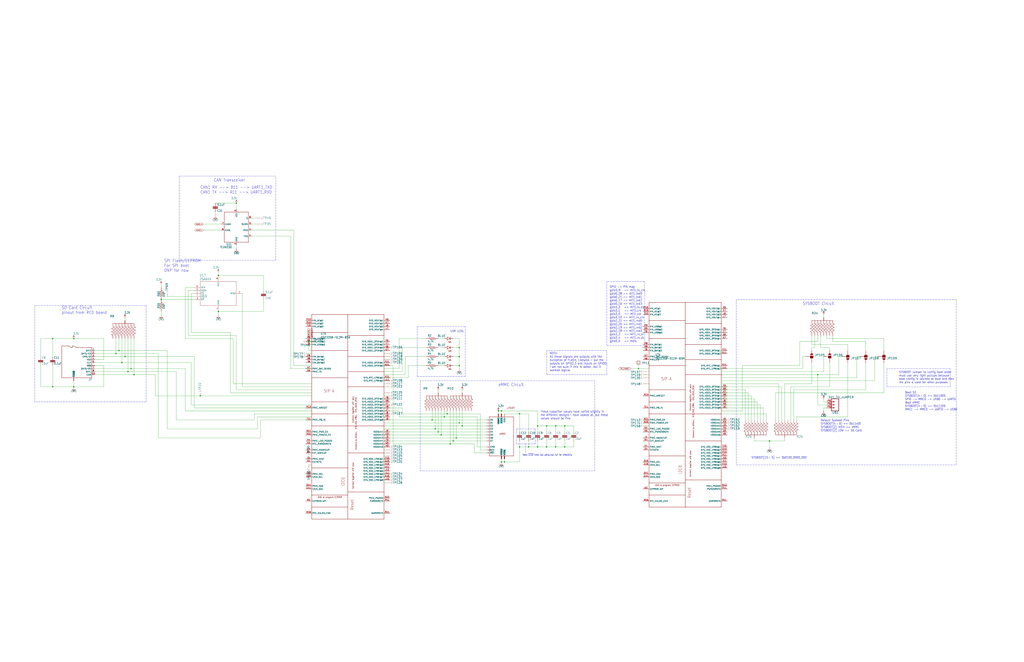
<source format=kicad_sch>
(kicad_sch (version 20211123) (generator eeschema)
  (paper "D")
  (title_block (title "Oresat DxWifi Card") (date "2022-01-30") (rev "1.1"))
  (junction (at 379.73 374.65))
  (junction (at 113.03 316.23))
  (junction (at 107.95 313.69))
  (junction (at 44.45 326.39))
  (junction (at 105.41 300.99))
  (junction (at 367.03 361.95))
  (junction (at 372.11 367.03))
  (junction (at 476.25 377.19))
  (junction (at 62.23 326.39))
  (junction (at 374.65 351.79))
  (junction (at 425.45 389.89))
  (junction (at 468.63 359.41))
  (junction (at 369.57 364.49))
  (junction (at 689.61 316.23))
  (junction (at 44.45 285.75))
  (junction (at 453.39 359.41))
  (junction (at 387.35 356.87))
  (junction (at 476.25 359.41))
  (junction (at 262.89 288.29))
  (junction (at 389.89 359.41))
  (junction (at 422.91 389.89))
  (junction (at 420.37 346.71))
  (junction (at 387.35 293.37))
  (junction (at 135.89 252.73))
  (junction (at 387.35 300.99))
  (junction (at 199.39 171.45))
  (junction (at 97.79 298.45))
  (junction (at 453.39 377.19))
  (junction (at 364.49 354.33))
  (junction (at 422.91 346.71))
  (junction (at 382.27 372.11))
  (junction (at 461.01 377.19))
  (junction (at 538.48 311.15))
  (junction (at 387.35 308.61))
  (junction (at 648.97 372.11))
  (junction (at 438.15 377.19))
  (junction (at 377.19 349.25))
  (junction (at 438.15 349.25))
  (junction (at 168.91 334.01))
  (junction (at 100.33 295.91))
  (junction (at 461.01 359.41))
  (junction (at 260.35 288.29))
  (junction (at 468.63 377.19))
  (junction (at 184.15 232.41))
  (junction (at 445.77 377.19))
  (junction (at 62.23 285.75))
  (junction (at 184.15 262.89))
  (junction (at 384.81 369.57))
  (junction (at 102.87 306.07))
  (junction (at 110.49 311.15))
  (wire (pts (xy 336.55 351.79) (xy 374.65 351.79)))
  (wire (pts (xy 689.61 316.23) (xy 707.39 316.23)))
  (wire (pts (xy 671.83 351.79) (xy 671.83 354.33)))
  (wire (pts (xy 110.49 285.75) (xy 110.49 311.15)))
  (wire (pts (xy 745.49 306.07) (xy 745.49 331.47)))
  (wire (pts (xy 163.83 247.65) (xy 161.29 247.65)))
  (wire (pts (xy 438.15 389.89) (xy 425.45 389.89)))
  (polyline (pts (xy 806.45 252.73) (xy 621.03 252.73)))
  (wire (pts (xy 323.85 400.05) (xy 326.39 400.05)))
  (wire (pts (xy 410.21 377.19) (xy 402.59 377.19)))
  (wire (pts (xy 367.03 361.95) (xy 410.21 361.95)))
  (wire (pts (xy 323.85 334.01) (xy 326.39 334.01)))
  (wire (pts (xy 262.89 354.33) (xy 219.71 354.33)))
  (wire (pts (xy 199.39 209.55) (xy 199.39 207.01)))
  (wire (pts (xy 168.91 334.01) (xy 262.89 334.01)))
  (wire (pts (xy 161.29 247.65) (xy 161.29 280.67)))
  (wire (pts (xy 212.09 184.15) (xy 217.17 184.15)))
  (wire (pts (xy 204.47 326.39) (xy 262.89 326.39)))
  (wire (pts (xy 87.63 303.53) (xy 87.63 285.75)))
  (wire (pts (xy 219.71 369.57) (xy 133.35 369.57)))
  (wire (pts (xy 369.57 300.99) (xy 374.65 300.99)))
  (wire (pts (xy 323.85 316.23) (xy 341.63 316.23)))
  (wire (pts (xy 344.17 308.61) (xy 359.41 308.61)))
  (wire (pts (xy 666.75 326.39) (xy 666.75 354.33)))
  (wire (pts (xy 62.23 326.39) (xy 87.63 326.39)))
  (wire (pts (xy 384.81 346.71) (xy 384.81 369.57)))
  (wire (pts (xy 674.37 308.61) (xy 674.37 288.29)))
  (wire (pts (xy 544.83 359.41) (xy 547.37 359.41)))
  (wire (pts (xy 344.17 318.77) (xy 344.17 308.61)))
  (wire (pts (xy 648.97 372.11) (xy 661.67 372.11)))
  (wire (pts (xy 199.39 283.21) (xy 158.75 283.21)))
  (polyline (pts (xy 801.37 311.15) (xy 748.03 311.15)))
  (wire (pts (xy 544.83 356.87) (xy 547.37 356.87)))
  (wire (pts (xy 476.25 377.19) (xy 468.63 377.19)))
  (wire (pts (xy 608.33 356.87) (xy 610.87 356.87)))
  (wire (pts (xy 323.85 306.07) (xy 326.39 306.07)))
  (wire (pts (xy 674.37 288.29) (xy 689.61 288.29)))
  (wire (pts (xy 476.25 364.49) (xy 476.25 359.41)))
  (wire (pts (xy 608.33 336.55) (xy 636.27 336.55)))
  (wire (pts (xy 262.89 328.93) (xy 199.39 328.93)))
  (wire (pts (xy 745.49 285.75) (xy 697.23 285.75)))
  (wire (pts (xy 163.83 250.19) (xy 140.97 250.19)))
  (wire (pts (xy 544.83 316.23) (xy 547.37 316.23)))
  (wire (pts (xy 745.49 295.91) (xy 745.49 285.75)))
  (polyline (pts (xy 748.03 326.39) (xy 801.37 326.39)))
  (wire (pts (xy 694.69 339.09) (xy 694.69 336.55)))
  (wire (pts (xy 326.39 303.53) (xy 323.85 303.53)))
  (wire (pts (xy 87.63 326.39) (xy 87.63 308.61)))
  (wire (pts (xy 420.37 346.71) (xy 420.37 349.25)))
  (wire (pts (xy 102.87 306.07) (xy 161.29 306.07)))
  (wire (pts (xy 158.75 245.11) (xy 163.83 245.11)))
  (wire (pts (xy 323.85 344.17) (xy 339.09 344.17)))
  (wire (pts (xy 62.23 321.31) (xy 62.23 326.39)))
  (wire (pts (xy 453.39 364.49) (xy 453.39 359.41)))
  (wire (pts (xy 628.65 354.33) (xy 628.65 328.93)))
  (wire (pts (xy 669.29 328.93) (xy 669.29 354.33)))
  (wire (pts (xy 461.01 364.49) (xy 461.01 359.41)))
  (wire (pts (xy 410.21 382.27) (xy 400.05 382.27)))
  (wire (pts (xy 326.39 377.19) (xy 323.85 377.19)))
  (wire (pts (xy 483.87 377.19) (xy 476.25 377.19)))
  (wire (pts (xy 62.23 285.75) (xy 44.45 285.75)))
  (wire (pts (xy 262.89 293.37) (xy 262.89 288.29)))
  (wire (pts (xy 212.09 189.23) (xy 217.17 189.23)))
  (wire (pts (xy 636.27 369.57) (xy 636.27 372.11)))
  (wire (pts (xy 369.57 285.75) (xy 374.65 285.75)))
  (wire (pts (xy 410.21 367.03) (xy 372.11 367.03)))
  (wire (pts (xy 323.85 336.55) (xy 326.39 336.55)))
  (wire (pts (xy 715.01 290.83) (xy 715.01 295.91)))
  (wire (pts (xy 387.35 300.99) (xy 387.35 293.37)))
  (wire (pts (xy 374.65 346.71) (xy 374.65 351.79)))
  (wire (pts (xy 148.59 354.33) (xy 148.59 313.69)))
  (wire (pts (xy 709.93 300.99) (xy 707.39 300.99)))
  (polyline (pts (xy 392.43 275.59) (xy 392.43 317.754)))
  (wire (pts (xy 608.33 349.25) (xy 646.43 349.25)))
  (wire (pts (xy 692.15 283.21) (xy 692.15 293.37)))
  (wire (pts (xy 184.15 232.41) (xy 184.15 229.87)))
  (wire (pts (xy 163.83 300.99) (xy 163.83 344.17)))
  (wire (pts (xy 34.29 285.75) (xy 34.29 300.99)))
  (wire (pts (xy 222.25 232.41) (xy 184.15 232.41)))
  (wire (pts (xy 97.79 285.75) (xy 97.79 298.45)))
  (wire (pts (xy 323.85 331.47) (xy 326.39 331.47)))
  (wire (pts (xy 222.25 262.89) (xy 222.25 252.73)))
  (wire (pts (xy 379.73 374.65) (xy 400.05 374.65)))
  (wire (pts (xy 740.41 300.99) (xy 737.87 300.99)))
  (wire (pts (xy 387.35 356.87) (xy 410.21 356.87)))
  (wire (pts (xy 382.27 372.11) (xy 323.85 372.11)))
  (wire (pts (xy 608.33 311.15) (xy 676.91 311.15)))
  (wire (pts (xy 44.45 308.61) (xy 44.45 326.39)))
  (polyline (pts (xy 501.65 321.31) (xy 354.33 321.31)))
  (wire (pts (xy 684.53 290.83) (xy 715.01 290.83)))
  (wire (pts (xy 339.09 313.69) (xy 339.09 293.37)))
  (wire (pts (xy 323.85 313.69) (xy 339.09 313.69)))
  (wire (pts (xy 194.31 280.67) (xy 194.31 331.47)))
  (wire (pts (xy 331.47 308.61) (xy 331.47 374.65)))
  (polyline (pts (xy 232.41 219.71) (xy 232.41 148.59)))
  (wire (pts (xy 323.85 326.39) (xy 326.39 326.39)))
  (polyline (pts (xy 443.23 374.65) (xy 435.61 374.65)))
  (wire (pts (xy 377.19 349.25) (xy 405.13 349.25)))
  (wire (pts (xy 483.87 359.41) (xy 483.87 364.49)))
  (wire (pts (xy 222.25 245.11) (xy 222.25 232.41)))
  (wire (pts (xy 468.63 364.49) (xy 468.63 359.41)))
  (polyline (pts (xy 501.65 397.51) (xy 501.65 321.31)))
  (wire (pts (xy 389.89 346.71) (xy 389.89 359.41)))
  (polyline (pts (xy 351.79 275.59) (xy 392.43 275.59)))
  (wire (pts (xy 694.69 339.09) (xy 697.23 339.09)))
  (wire (pts (xy 262.89 288.29) (xy 262.89 285.75)))
  (wire (pts (xy 80.01 300.99) (xy 105.41 300.99)))
  (wire (pts (xy 608.33 326.39) (xy 659.13 326.39)))
  (wire (pts (xy 608.33 321.31) (xy 737.87 321.31)))
  (wire (pts (xy 387.35 346.71) (xy 387.35 356.87)))
  (wire (pts (xy 135.89 262.89) (xy 135.89 265.43)))
  (wire (pts (xy 105.41 285.75) (xy 105.41 300.99)))
  (wire (pts (xy 425.45 387.35) (xy 425.45 389.89)))
  (polyline (pts (xy 443.23 382.27) (xy 443.23 374.65)))
  (wire (pts (xy 331.47 374.65) (xy 379.73 374.65)))
  (wire (pts (xy 445.77 349.25) (xy 438.15 349.25)))
  (wire (pts (xy 105.41 267.97) (xy 105.41 270.51)))
  (wire (pts (xy 80.01 316.23) (xy 113.03 316.23)))
  (wire (pts (xy 107.95 313.69) (xy 80.01 313.69)))
  (wire (pts (xy 369.57 308.61) (xy 374.65 308.61)))
  (wire (pts (xy 679.45 300.99) (xy 676.91 300.99)))
  (polyline (pts (xy 621.03 392.43) (xy 806.45 392.43)))
  (wire (pts (xy 100.33 285.75) (xy 100.33 295.91)))
  (polyline (pts (xy 451.485 374.65) (xy 443.23 374.65)))
  (polyline (pts (xy 511.81 237.49) (xy 511.81 291.592)))
  (wire (pts (xy 148.59 313.69) (xy 107.95 313.69)))
  (wire (pts (xy 697.23 283.21) (xy 697.23 285.75)))
  (wire (pts (xy 219.71 354.33) (xy 219.71 369.57)))
  (polyline (pts (xy 511.81 295.91) (xy 461.01 295.91)))
  (wire (pts (xy 133.35 298.45) (xy 97.79 298.45)))
  (wire (pts (xy 323.85 402.59) (xy 326.39 402.59)))
  (wire (pts (xy 715.01 351.79) (xy 671.83 351.79)))
  (wire (pts (xy 438.15 372.11) (xy 438.15 377.19)))
  (wire (pts (xy 44.45 285.75) (xy 34.29 285.75)))
  (wire (pts (xy 323.85 323.85) (xy 326.39 323.85)))
  (wire (pts (xy 163.83 252.73) (xy 135.89 252.73)))
  (wire (pts (xy 262.89 323.85) (xy 196.85 323.85)))
  (wire (pts (xy 217.17 351.79) (xy 217.17 361.95)))
  (wire (pts (xy 438.15 349.25) (xy 438.15 364.49)))
  (polyline (pts (xy 354.33 397.51) (xy 501.65 397.51)))
  (wire (pts (xy 336.55 311.15) (xy 336.55 285.75)))
  (wire (pts (xy 369.57 346.71) (xy 369.57 364.49)))
  (wire (pts (xy 217.17 361.95) (xy 140.97 361.95)))
  (wire (pts (xy 262.89 349.25) (xy 214.63 349.25)))
  (wire (pts (xy 184.15 265.43) (xy 184.15 262.89)))
  (wire (pts (xy 684.53 293.37) (xy 687.07 293.37)))
  (wire (pts (xy 44.45 326.39) (xy 62.23 326.39)))
  (wire (pts (xy 654.05 331.47) (xy 654.05 354.33)))
  (wire (pts (xy 468.63 377.19) (xy 461.01 377.19)))
  (wire (pts (xy 538.48 306.07) (xy 538.48 311.15)))
  (wire (pts (xy 646.43 349.25) (xy 646.43 354.33)))
  (wire (pts (xy 379.73 346.71) (xy 379.73 374.65)))
  (wire (pts (xy 323.85 407.67) (xy 326.39 407.67)))
  (wire (pts (xy 87.63 308.61) (xy 80.01 308.61)))
  (polyline (pts (xy 354.33 321.31) (xy 354.33 397.51)))
  (wire (pts (xy 628.65 328.93) (xy 608.33 328.93)))
  (wire (pts (xy 260.35 295.91) (xy 262.89 295.91)))
  (wire (pts (xy 214.63 349.25) (xy 214.63 354.33)))
  (wire (pts (xy 372.11 346.71) (xy 372.11 367.03)))
  (wire (pts (xy 156.21 285.75) (xy 156.21 242.57)))
  (polyline (pts (xy 435.61 374.65) (xy 435.61 361.95)))
  (polyline (pts (xy 451.485 361.95) (xy 451.485 374.65)))
  (wire (pts (xy 684.53 290.83) (xy 684.53 283.21)))
  (wire (pts (xy 323.85 321.31) (xy 326.39 321.31)))
  (wire (pts (xy 659.13 326.39) (xy 659.13 354.33)))
  (wire (pts (xy 722.63 300.99) (xy 722.63 318.77)))
  (wire (pts (xy 707.39 300.99) (xy 707.39 316.23)))
  (wire (pts (xy 702.31 283.21) (xy 702.31 288.29)))
  (polyline (pts (xy 621.03 252.73) (xy 621.03 392.43)))
  (wire (pts (xy 608.33 331.47) (xy 631.19 331.47)))
  (wire (pts (xy 323.85 389.89) (xy 326.39 389.89)))
  (wire (pts (xy 133.35 369.57) (xy 133.35 298.45)))
  (wire (pts (xy 453.39 377.19) (xy 445.77 377.19)))
  (wire (pts (xy 247.65 308.61) (xy 262.89 308.61)))
  (wire (pts (xy 608.33 313.69) (xy 694.69 313.69)))
  (wire (pts (xy 453.39 359.41) (xy 461.01 359.41)))
  (wire (pts (xy 323.85 300.99) (xy 326.39 300.99)))
  (polyline (pts (xy 543.56 237.49) (xy 511.81 237.49)))
  (wire (pts (xy 341.63 316.23) (xy 341.63 300.99)))
  (wire (pts (xy 737.87 300.99) (xy 737.87 321.31)))
  (polyline (pts (xy 151.13 219.71) (xy 232.41 219.71)))
  (wire (pts (xy 608.33 339.09) (xy 638.81 339.09)))
  (wire (pts (xy 694.69 344.17) (xy 694.69 346.71)))
  (wire (pts (xy 626.11 346.71) (xy 626.11 308.61)))
  (wire (pts (xy 260.35 288.29) (xy 260.35 295.91)))
  (wire (pts (xy 422.91 346.71) (xy 420.37 346.71)))
  (wire (pts (xy 364.49 346.71) (xy 364.49 354.33)))
  (wire (pts (xy 702.31 288.29) (xy 730.25 288.29)))
  (wire (pts (xy 323.85 308.61) (xy 331.47 308.61)))
  (wire (pts (xy 156.21 242.57) (xy 163.83 242.57)))
  (wire (pts (xy 336.55 346.71) (xy 336.55 351.79)))
  (wire (pts (xy 214.63 354.33) (xy 148.59 354.33)))
  (wire (pts (xy 367.03 346.71) (xy 367.03 361.95)))
  (wire (pts (xy 384.81 369.57) (xy 410.21 369.57)))
  (wire (pts (xy 135.89 242.57) (xy 135.89 240.03)))
  (wire (pts (xy 608.33 341.63) (xy 641.35 341.63)))
  (wire (pts (xy 100.33 295.91) (xy 80.01 295.91)))
  (wire (pts (xy 608.33 316.23) (xy 689.61 316.23)))
  (wire (pts (xy 369.57 293.37) (xy 374.65 293.37)))
  (wire (pts (xy 341.63 300.99) (xy 359.41 300.99)))
  (wire (pts (xy 181.61 179.07) (xy 181.61 181.61)))
  (wire (pts (xy 608.33 334.01) (xy 633.73 334.01)))
  (wire (pts (xy 483.87 372.11) (xy 483.87 377.19)))
  (polyline (pts (xy 511.81 316.23) (xy 511.81 295.91)))
  (wire (pts (xy 641.35 354.33) (xy 641.35 341.63)))
  (polyline (pts (xy 123.19 339.09) (xy 29.21 339.09)))
  (wire (pts (xy 199.39 328.93) (xy 199.39 283.21)))
  (wire (pts (xy 245.11 199.39) (xy 245.11 311.15)))
  (wire (pts (xy 161.29 280.67) (xy 194.31 280.67)))
  (polyline (pts (xy 123.19 257.81) (xy 29.21 257.81)))
  (wire (pts (xy 453.39 377.19) (xy 453.39 372.11)))
  (wire (pts (xy 204.47 247.65) (xy 204.47 326.39)))
  (wire (pts (xy 402.59 377.19) (xy 402.59 351.79)))
  (wire (pts (xy 699.77 326.39) (xy 666.75 326.39)))
  (polyline (pts (xy 806.45 392.43) (xy 806.45 252.73)))
  (polyline (pts (xy 748.03 311.15) (xy 748.03 326.39)))
  (wire (pts (xy 377.19 346.71) (xy 377.19 349.25)))
  (wire (pts (xy 636.27 372.11) (xy 648.97 372.11)))
  (wire (pts (xy 676.91 300.99) (xy 676.91 311.15)))
  (wire (pts (xy 369.57 364.49) (xy 323.85 364.49)))
  (wire (pts (xy 694.69 300.99) (xy 694.69 313.69)))
  (wire (pts (xy 544.83 323.85) (xy 547.37 323.85)))
  (wire (pts (xy 140.97 361.95) (xy 140.97 295.91)))
  (wire (pts (xy 461.01 377.19) (xy 453.39 377.19)))
  (wire (pts (xy 389.89 359.41) (xy 323.85 359.41)))
  (wire (pts (xy 161.29 306.07) (xy 161.29 341.63)))
  (wire (pts (xy 140.97 295.91) (xy 100.33 295.91)))
  (wire (pts (xy 323.85 311.15) (xy 336.55 311.15)))
  (wire (pts (xy 245.11 311.15) (xy 262.89 311.15)))
  (polyline (pts (xy 29.21 257.81) (xy 29.21 339.09)))
  (wire (pts (xy 661.67 372.11) (xy 661.67 369.57)))
  (wire (pts (xy 547.37 313.69) (xy 544.83 313.69)))
  (wire (pts (xy 110.49 311.15) (xy 156.21 311.15)))
  (wire (pts (xy 725.17 300.99) (xy 722.63 300.99)))
  (wire (pts (xy 382.27 285.75) (xy 387.35 285.75)))
  (wire (pts (xy 97.79 298.45) (xy 80.01 298.45)))
  (wire (pts (xy 323.85 354.33) (xy 364.49 354.33)))
  (wire (pts (xy 186.69 194.31) (xy 171.45 194.31)))
  (wire (pts (xy 34.29 326.39) (xy 44.45 326.39)))
  (wire (pts (xy 547.37 311.15) (xy 538.48 311.15)))
  (wire (pts (xy 608.33 354.33) (xy 610.87 354.33)))
  (wire (pts (xy 186.69 189.23) (xy 171.45 189.23)))
  (wire (pts (xy 730.25 288.29) (xy 730.25 295.91)))
  (wire (pts (xy 687.07 293.37) (xy 687.07 283.21)))
  (wire (pts (xy 438.15 377.19) (xy 438.15 389.89)))
  (wire (pts (xy 105.41 300.99) (xy 163.83 300.99)))
  (wire (pts (xy 87.63 285.75) (xy 62.23 285.75)))
  (wire (pts (xy 445.77 377.19) (xy 438.15 377.19)))
  (wire (pts (xy 445.77 372.11) (xy 445.77 377.19)))
  (wire (pts (xy 339.09 344.17) (xy 339.09 349.25)))
  (wire (pts (xy 323.85 361.95) (xy 367.03 361.95)))
  (wire (pts (xy 80.01 303.53) (xy 87.63 303.53)))
  (wire (pts (xy 684.53 323.85) (xy 661.67 323.85)))
  (wire (pts (xy 262.89 300.99) (xy 260.35 300.99)))
  (wire (pts (xy 410.21 359.41) (xy 389.89 359.41)))
  (wire (pts (xy 453.39 359.41) (xy 453.39 346.71)))
  (wire (pts (xy 262.89 346.71) (xy 156.21 346.71)))
  (wire (pts (xy 608.33 359.41) (xy 610.87 359.41)))
  (wire (pts (xy 699.77 295.91) (xy 699.77 293.37)))
  (wire (pts (xy 130.81 334.01) (xy 168.91 334.01)))
  (wire (pts (xy 538.48 311.15) (xy 532.13 311.15)))
  (wire (pts (xy 199.39 176.53) (xy 199.39 171.45)))
  (polyline (pts (xy 151.13 148.59) (xy 151.13 219.71)))
  (wire (pts (xy 636.27 354.33) (xy 636.27 336.55)))
  (wire (pts (xy 323.85 369.57) (xy 384.81 369.57)))
  (wire (pts (xy 339.09 293.37) (xy 359.41 293.37)))
  (wire (pts (xy 544.83 354.33) (xy 547.37 354.33)))
  (wire (pts (xy 476.25 359.41) (xy 483.87 359.41)))
  (wire (pts (xy 608.33 361.95) (xy 610.87 361.95)))
  (wire (pts (xy 184.15 262.89) (xy 222.25 262.89)))
  (polyline (pts (xy 511.81 291.592) (xy 543.56 291.592)))
  (wire (pts (xy 468.63 377.19) (xy 468.63 372.11)))
  (wire (pts (xy 608.33 344.17) (xy 643.89 344.17)))
  (wire (pts (xy 372.11 367.03) (xy 323.85 367.03)))
  (wire (pts (xy 364.49 354.33) (xy 410.21 354.33)))
  (polyline (pts (xy 392.43 317.754) (xy 351.79 317.754)))
  (wire (pts (xy 369.57 328.93) (xy 369.57 331.47)))
  (wire (pts (xy 382.27 308.61) (xy 387.35 308.61)))
  (wire (pts (xy 661.67 323.85) (xy 661.67 354.33)))
  (wire (pts (xy 643.89 354.33) (xy 643.89 344.17)))
  (polyline (pts (xy 351.79 317.754) (xy 351.79 275.59)))
  (wire (pts (xy 422.91 387.35) (xy 422.91 389.89)))
  (wire (pts (xy 326.39 382.27) (xy 323.85 382.27)))
  (wire (pts (xy 684.53 295.91) (xy 684.53 293.37)))
  (wire (pts (xy 212.09 194.31) (xy 247.65 194.31)))
  (wire (pts (xy 745.49 331.47) (xy 654.05 331.47)))
  (wire (pts (xy 323.85 349.25) (xy 326.39 349.25)))
  (wire (pts (xy 382.27 346.71) (xy 382.27 372.11)))
  (polyline (pts (xy 461.01 316.23) (xy 511.81 316.23)))
  (wire (pts (xy 196.85 323.85) (xy 196.85 285.75)))
  (wire (pts (xy 461.01 359.41) (xy 468.63 359.41)))
  (wire (pts (xy 323.85 293.37) (xy 326.39 293.37)))
  (wire (pts (xy 323.85 379.73) (xy 326.39 379.73)))
  (wire (pts (xy 323.85 405.13) (xy 326.39 405.13)))
  (wire (pts (xy 638.81 354.33) (xy 638.81 339.09)))
  (wire (pts (xy 425.45 389.89) (xy 422.91 389.89)))
  (polyline (pts (xy 461.01 295.91) (xy 461.01 316.23)))
  (wire (pts (xy 387.35 311.15) (xy 387.35 308.61)))
  (wire (pts (xy 323.85 341.63) (xy 326.39 341.63)))
  (wire (pts (xy 422.91 349.25) (xy 422.91 346.71)))
  (wire (pts (xy 387.35 293.37) (xy 387.35 285.75)))
  (wire (pts (xy 453.39 346.71) (xy 422.91 346.71)))
  (polyline (pts (xy 123.19 257.81) (xy 123.19 339.09)))
  (wire (pts (xy 608.33 323.85) (xy 656.59 323.85)))
  (wire (pts (xy 326.39 298.45) (xy 323.85 298.45)))
  (wire (pts (xy 400.05 382.27) (xy 400.05 374.65)))
  (wire (pts (xy 113.03 285.75) (xy 113.03 316.23)))
  (wire (pts (xy 410.21 364.49) (xy 369.57 364.49)))
  (wire (pts (xy 260.35 285.75) (xy 260.35 288.29)))
  (wire (pts (xy 387.35 308.61) (xy 387.35 300.99)))
  (wire (pts (xy 389.89 328.93) (xy 389.89 331.47)))
  (wire (pts (xy 410.21 379.73) (xy 405.13 379.73)))
  (wire (pts (xy 631.19 354.33) (xy 631.19 331.47)))
  (wire (pts (xy 648.97 377.19) (xy 648.97 372.11)))
  (wire (pts (xy 247.65 194.31) (xy 247.65 308.61)))
  (polyline (pts (xy 435.61 361.95) (xy 451.485 361.95)))
  (wire (pts (xy 699.77 306.07) (xy 699.77 326.39)))
  (wire (pts (xy 689.61 341.63) (xy 689.61 316.23)))
  (wire (pts (xy 382.27 293.37) (xy 387.35 293.37)))
  (wire (pts (xy 656.59 323.85) (xy 656.59 354.33)))
  (wire (pts (xy 382.27 300.99) (xy 387.35 300.99)))
  (wire (pts (xy 34.29 308.61) (xy 34.29 326.39)))
  (wire (pts (xy 326.39 387.35) (xy 323.85 387.35)))
  (wire (pts (xy 339.09 349.25) (xy 377.19 349.25)))
  (wire (pts (xy 336.55 285.75) (xy 359.41 285.75)))
  (wire (pts (xy 374.65 351.79) (xy 402.59 351.79)))
  (wire (pts (xy 212.09 199.39) (xy 245.11 199.39)))
  (wire (pts (xy 130.81 316.23) (xy 130.81 334.01)))
  (wire (pts (xy 684.53 306.07) (xy 684.53 323.85)))
  (wire (pts (xy 633.73 354.33) (xy 633.73 334.01)))
  (wire (pts (xy 44.45 300.99) (xy 44.45 285.75)))
  (wire (pts (xy 196.85 285.75) (xy 156.21 285.75)))
  (wire (pts (xy 323.85 384.81) (xy 326.39 384.81)))
  (wire (pts (xy 425.45 349.25) (xy 438.15 349.25)))
  (wire (pts (xy 163.83 344.17) (xy 262.89 344.17)))
  (wire (pts (xy 113.03 316.23) (xy 130.81 316.23)))
  (wire (pts (xy 262.89 298.45) (xy 260.35 298.45)))
  (wire (pts (xy 697.23 341.63) (xy 689.61 341.63)))
  (wire (pts (xy 260.35 392.43) (xy 262.89 392.43)))
  (polyline (pts (xy 543.56 291.592) (xy 543.56 237.49)))
  (wire (pts (xy 547.37 318.77) (xy 544.83 318.77)))
  (wire (pts (xy 730.25 328.93) (xy 669.29 328.93)))
  (wire (pts (xy 461.01 377.19) (xy 461.01 372.11)))
  (wire (pts (xy 323.85 318.77) (xy 344.17 318.77)))
  (wire (pts (xy 608.33 318.77) (xy 722.63 318.77)))
  (wire (pts (xy 194.31 331.47) (xy 262.89 331.47)))
  (wire (pts (xy 476.25 377.19) (xy 476.25 372.11)))
  (wire (pts (xy 468.63 359.41) (xy 476.25 359.41)))
  (wire (pts (xy 323.85 356.87) (xy 387.35 356.87)))
  (wire (pts (xy 107.95 285.75) (xy 107.95 313.69)))
  (polyline (pts (xy 801.37 326.39) (xy 801.37 311.15)))
  (wire (pts (xy 410.21 372.11) (xy 382.27 372.11)))
  (wire (pts (xy 715.01 306.07) (xy 715.01 351.79)))
  (wire (pts (xy 158.75 283.21) (xy 158.75 245.11)))
  (wire (pts (xy 608.33 346.71) (xy 626.11 346.71)))
  (wire (pts (xy 405.13 349.25) (xy 405.13 379.73)))
  (wire (pts (xy 730.25 306.07) (xy 730.25 328.93)))
  (wire (pts (xy 689.61 288.29) (xy 689.61 283.21)))
  (wire (pts (xy 181.61 171.45) (xy 199.39 171.45)))
  (wire (pts (xy 445.77 364.49) (xy 445.77 349.25)))
  (wire (pts (xy 626.11 308.61) (xy 674.37 308.61)))
  (polyline (pts (xy 232.41 148.59) (xy 151.13 148.59)))
  (wire (pts (xy 694.69 265.43) (xy 694.69 267.97)))
  (wire (pts (xy 323.85 346.71) (xy 336.55 346.71)))
  (wire (pts (xy 102.87 285.75) (xy 102.87 306.07)))
  (wire (pts (xy 161.29 341.63) (xy 262.89 341.63)))
  (wire (pts (xy 262.89 351.79) (xy 217.17 351.79)))
  (wire (pts (xy 80.01 311.15) (xy 110.49 311.15)))
  (wire (pts (xy 694.69 344.17) (xy 697.23 344.17)))
  (wire (pts (xy 699.77 293.37) (xy 692.15 293.37)))
  (wire (pts (xy 80.01 306.07) (xy 102.87 306.07)))
  (wire (pts (xy 260.35 387.35) (xy 262.89 387.35)))
  (wire (pts (xy 156.21 311.15) (xy 156.21 346.71)))
  (text "CAN Transceiver" (at 180.34 153.67 180) (effects (font (size 2.54 2.159)) (justify left bottom)))
  (text "CAN1 RX --> B11 --> UART1_TXD\nCAN1 TX --> A11 --> UART1_RXD" (at 168.91 163.83 0) (effects (font (size 2.54 2.159)) (justify left bottom)))
  (text "USR LEDs" (at 379.73 280.67 180) (effects (font (size 1.778 1.5113)) (justify left bottom)))
  (text "These capacitor values have varied slightly in\nthe different designs I have looked at, but these\nvalues should be fine" (at 455.93 354.33 0) (effects (font (size 1.778 1.5113)) (justify left bottom)))
  (text "NOTE:\nAll these signals are outputs with the\nexception of FLASH. Likewise, I put the\noutputs on GPIO2,3 and inputs on GPIO0.\nI am not sure if this is better, but it\nseemed logical" (at 463.55 313.69 0) (effects (font (size 1.778 1.5113)) (justify left bottom)))
  (text "Need ~{2.2uF} here, but using two 1uF for simplicity" (at 440.69 384.81 0) (effects (font (size 1.27 1.0795)) (justify left bottom)))
  (text "GPIO -> PIN map\ngpio3_9   == mii1_tx_clk\ngpio0_28 == mii1_txd0\ngpio0_21 == mii1_txd1\ngpio0_17 == mii1_txd2\ngpio0_16 == mii1_txd3\ngpio3_3   == mii1_tx_en\ngpio3_1   == mii1_crs\ngpio3_0   == mii1_col\ngpio3_10 == mii1_rx_clk\ngpio2_21 == mii1_rxd0\ngpio2_20 == mii1_rxd1\ngpio2_19 == mii1_rxd2\ngpio2_18 == mii1_rxd3\ngpio3_2   == mii1_rx_er\ngpio3_4   == mii1_rx_dv\ngpio0_0   == mdio" (at 514.096 289.052 0) (effects (font (size 1.778 1.5113)) (justify left bottom)))
  (text "SYSBOOT[15 : 5] == 0b0100_0000_000" (at 633.73 387.35 180) (effects (font (size 1.778 1.5113)) (justify left bottom)))
  (text "Boot SD\nSYSBOOT[4 : 0] == 0b11000\nSPI0 -> MMC0 -> USB0 -> UART0\nBoot eMMC\nSYSBOOT[4 : 0] == 0b11100\nMMC1 -> MMC0 -> UART0 -> USB0" (at 763.27 346.71 0) (effects (font (size 1.778 1.5113)) (justify left bottom)))
  (text "SYSBOOT Jumper to config boot order\nmust use very light pullups because\nboot config is latched at boot and then\nthe pins a used for other purposes" (at 758.19 323.85 0) (effects (font (size 1.778 1.5113)) (justify left bottom)))
  (text "eMMC Circuit" (at 420.37 326.39 180) (effects (font (size 2.54 2.159)) (justify left bottom)))
  (text "SYSBOOT Circuit" (at 676.91 257.81 180) (effects (font (size 2.54 2.159)) (justify left bottom)))
  (text "SPI Flash/EEPROM\nFor SPI boot\nDNP for now" (at 138.43 229.87 180) (effects (font (size 2.54 2.159)) (justify left bottom)))
  (text "Default Sysboot Pins\nSYSBOOT[4 : 0] == 0b11x00\nSYSBOOT[2] HIGH == eMMC\nSYSBOOT[2] LOW == SD Card" (at 692.15 364.49 0) (effects (font (size 1.778 1.5113)) (justify left bottom)))
  (text "SD Card Circuit\npinout from RED board" (at 52.07 265.43 180) (effects (font (size 2.54 2.159)) (justify left bottom)))
  (global_label "PA_ENABLE" (shape bidirectional) (at 532.13 311.15 180) (effects (font (size 0.9601 0.9601))) (property "Intersheet References" "${INTERSHEET_REFS}" (at 1070.61 -532.13 0)))
  (global_label "CAN2_L" (shape bidirectional) (at 171.45 194.31 180) (effects (font (size 0.889 0.889))) (property "Intersheet References" "${INTERSHEET_REFS}" (at 349.25 -765.81 0)))
  (global_label "UART0_RX" (shape bidirectional) (at 260.35 285.75 90) (effects (font (size 0.889 0.889))) (property "Intersheet References" "${INTERSHEET_REFS}" (at 534.67 -6.35 0)))
  (global_label "UART0_TX" (shape bidirectional) (at 262.89 285.75 90) (effects (font (size 0.889 0.889))) (property "Intersheet References" "${INTERSHEET_REFS}" (at 537.21 -3.81 0)))
  (global_label "CAN2_H" (shape bidirectional) (at 171.45 189.23 180) (effects (font (size 0.889 0.889))) (property "Intersheet References" "${INTERSHEET_REFS}" (at 349.25 -775.97 0)))
  (symbol (lib_id "oresat-live-card-eagle-import:3.3V") (at 62.23 283.21 0) (unit 1)
    (property "Reference" "#3V-03" (effects hide))
    (property "Value" "3.3V" (at 61.595 282.575 0) (effects (font (size 1.778 1.5113)) (justify left bottom)))
    (property "Footprint" "oresat-live-card:" (effects hide))
  )
  (symbol (lib_id "oresat-live-card-eagle-import:TEST-POINT3X4") (at 326.39 334.01 0) (unit 1)
    (property "Reference" "TP114" (at 330.962 334.772 0) (effects (font (size 1.778 1.778)) (justify left bottom)))
    (property "Value" "TEST-POINT3X4" (effects hide))
    (property "Footprint" "oresat-live-card:PAD.03X.04" (effects hide))
  )
  (symbol (lib_id "oresat-live-card-eagle-import:TEST-POINT3X4") (at 326.39 400.05 0) (unit 1)
    (property "Reference" "TP134" (at 330.962 400.812 0) (effects (font (size 1.778 1.778)) (justify left bottom)))
    (property "Value" "TEST-POINT3X4" (effects hide))
    (property "Footprint" "oresat-live-card:PAD.03X.04" (effects hide))
  )
  (symbol (lib_id "oresat-live-card-eagle-import:TEST-POINT3X4") (at 610.87 359.41 0) (unit 1)
    (property "Reference" "TP152" (at 615.442 360.172 0) (effects (font (size 1.778 1.778)) (justify left bottom)))
    (property "Value" "TEST-POINT3X4" (effects hide))
    (property "Footprint" "oresat-live-card:PAD.03X.04" (effects hide))
  )
  (symbol (lib_id "oresat-live-card-eagle-import:JUMPER-SMT_3_1-NC_TRACE_SILK") (at 730.25 300.99 0) (mirror x) (unit 1)
    (property "Reference" "JP108" (at 732.79 301.371 0) (effects (font (size 1.778 1.778)) (justify left bottom)))
    (property "Value" "JUMPER-SMT_3_1-NC_TRACE_SILK" (effects hide))
    (property "Footprint" "oresat-live-card:SMT-JUMPER_3_1-NC_TRACE_SILK" (effects hide))
  )
  (symbol (lib_id "oresat-live-card-eagle-import:TEST-POINT3X4") (at 544.83 318.77 180) (unit 1)
    (property "Reference" "TP135" (at 540.258 318.008 0) (effects (font (size 1.778 1.778)) (justify left bottom)))
    (property "Value" "TEST-POINT3X4" (effects hide))
    (property "Footprint" "oresat-live-card:PAD.03X.04" (effects hide))
  )
  (symbol (lib_id "oresat-live-card-eagle-import:3.3V") (at 135.89 237.49 0) (mirror y) (unit 1)
    (property "Reference" "#3V-029" (effects hide))
    (property "Value" "3.3V" (at 136.525 236.855 0) (effects (font (size 1.778 1.5113)) (justify left bottom)))
    (property "Footprint" "oresat-live-card:" (effects hide))
  )
  (symbol (lib_id "oresat-live-card-eagle-import:C-EU0603-A") (at 445.77 367.03 0) (unit 1)
    (property "Reference" "C10" (at 446.786 366.395 0) (effects (font (size 1.778 1.5113)) (justify left bottom)))
    (property "Value" "1uF" (at 446.786 371.221 0) (effects (font (size 1.778 1.5113)) (justify left bottom)))
    (property "Footprint" "oresat-live-card:.0603-A" (effects hide))
  )
  (symbol (lib_id "oresat-live-card-eagle-import:TCAN330") (at 199.39 191.77 0) (mirror y) (unit 1)
    (property "Reference" "U11" (at 195.58 207.01 0) (effects (font (size 1.778 1.5113)) (justify left bottom)))
    (property "Value" "TCAN330" (at 195.58 209.55 0) (effects (font (size 1.778 1.5113)) (justify left bottom)))
    (property "Footprint" "oresat-live-card:SOT23-8_TI-DCN" (effects hide))
  )
  (symbol (lib_id "oresat-live-card-eagle-import:TEST-POINT3X4") (at 260.35 288.29 180) (unit 1)
    (property "Reference" "TP146" (at 261.62 290.195 0) (effects (font (size 1.778 1.778)) (justify left bottom)))
    (property "Value" "TEST-POINT3X4" (effects hide))
    (property "Footprint" "oresat-live-card:PAD.03X.04" (effects hide))
  )
  (symbol (lib_id "oresat-live-card-eagle-import:3.3V") (at 105.41 265.43 0) (unit 1)
    (property "Reference" "#3V-04" (effects hide))
    (property "Value" "3.3V" (at 104.775 264.795 0) (effects (font (size 1.778 1.5113)) (justify left bottom)))
    (property "Footprint" "oresat-live-card:" (effects hide))
  )
  (symbol (lib_id "oresat-live-card-eagle-import:TEST-POINT3X4") (at 168.91 334.01 90) (unit 1)
    (property "Reference" "TP22" (at 169.672 329.438 0) (effects (font (size 1.778 1.778)) (justify left bottom)))
    (property "Value" "TEST-POINT3X4" (effects hide))
    (property "Footprint" "oresat-live-card:PAD.03X.04" (effects hide))
  )
  (symbol (lib_id "oresat-live-card-eagle-import:GND") (at 135.89 267.97 0) (mirror y) (unit 1)
    (property "Reference" "#GND053" (effects hide))
    (property "Value" "GND" (at 138.43 270.51 0) (effects (font (size 1.778 1.5113)) (justify left bottom)))
    (property "Footprint" "oresat-live-card:" (effects hide))
  )
  (symbol (lib_id "oresat-live-card-eagle-import:TEST-POINT3X4") (at 326.39 298.45 0) (unit 1)
    (property "Reference" "TP100" (at 330.962 299.212 0) (effects (font (size 1.778 1.778)) (justify left bottom)))
    (property "Value" "TEST-POINT3X4" (effects hide))
    (property "Footprint" "oresat-live-card:PAD.03X.04" (effects hide))
  )
  (symbol (lib_id "oresat-live-card-eagle-import:TEST-POINT3X4") (at 326.39 377.19 0) (unit 1)
    (property "Reference" "TP104" (at 330.962 377.952 0) (effects (font (size 1.778 1.778)) (justify left bottom)))
    (property "Value" "TEST-POINT3X4" (effects hide))
    (property "Footprint" "oresat-live-card:PAD.03X.04" (effects hide))
  )
  (symbol (lib_id "oresat-live-card-eagle-import:TEST-POINT3X4") (at 544.83 359.41 180) (unit 1)
    (property "Reference" "TP158" (at 540.258 358.648 0) (effects (font (size 1.778 1.778)) (justify left bottom)))
    (property "Value" "TEST-POINT3X4" (effects hide))
    (property "Footprint" "oresat-live-card:PAD.03X.04" (effects hide))
  )
  (symbol (lib_id "oresat-live-card-eagle-import:GND") (at 694.69 349.25 0) (unit 1)
    (property "Reference" "#GND033" (effects hide))
    (property "Value" "GND" (at 692.15 351.79 0) (effects (font (size 1.778 1.5113)) (justify left bottom)))
    (property "Footprint" "oresat-live-card:" (effects hide))
  )
  (symbol (lib_id "oresat-live-card-eagle-import:3.3V") (at 184.15 227.33 0) (mirror y) (unit 1)
    (property "Reference" "#3V-027" (effects hide))
    (property "Value" "3.3V" (at 184.785 226.695 0) (effects (font (size 1.778 1.5113)) (justify left bottom)))
    (property "Footprint" "oresat-live-card:" (effects hide))
  )
  (symbol (lib_id "oresat-live-card-eagle-import:TEST-POINT3X4") (at 326.39 303.53 0) (unit 1)
    (property "Reference" "TP126" (at 330.962 304.292 0) (effects (font (size 1.778 1.778)) (justify left bottom)))
    (property "Value" "TEST-POINT3X4" (effects hide))
    (property "Footprint" "oresat-live-card:PAD.03X.04" (effects hide))
  )
  (symbol (lib_id "oresat-live-card-eagle-import:TEST-POINT3X4") (at 217.17 184.15 0) (unit 1)
    (property "Reference" "TP40" (at 221.742 184.912 0) (effects (font (size 1.778 1.778)) (justify left bottom)))
    (property "Value" "TEST-POINT3X4" (effects hide))
    (property "Footprint" "oresat-live-card:PAD.03X.04" (effects hide))
  )
  (symbol (lib_id "oresat-live-card-eagle-import:OSD3358-512M-BSM") (at 293.37 349.25 0) (unit 1)
    (property "Reference" "U7" (at 270.51 280.67 0) (effects (font (size 1.778 1.5113)) (justify left top)))
    (property "Value" "OSD3358-512M-BSM" (at 270.51 285.75 0) (effects (font (size 1.778 1.5113)) (justify left bottom)))
    (property "Footprint" "oresat-live-card:OSD335X-BGA-256" (effects hide))
  )
  (symbol (lib_id "oresat-live-card-eagle-import:C-EU0603-A") (at 468.63 367.03 0) (unit 1)
    (property "Reference" "C5" (at 469.646 366.395 0) (effects (font (size 1.778 1.5113)) (justify left bottom)))
    (property "Value" "1uF" (at 469.646 371.221 0) (effects (font (size 1.778 1.5113)) (justify left bottom)))
    (property "Footprint" "oresat-live-card:.0603-A" (effects hide))
  )
  (symbol (lib_id "oresat-live-card-eagle-import:EXB-A10P391JC_ARRAY_EXBA-M") (at 684.53 270.51 90) (unit 1)
    (property "Reference" "R24" (at 684.4792 265.3792 90) (effects (font (size 1.778 1.778)) (justify right top)))
    (property "Value" "100K" (at 684.6316 267.9192 90) (effects (font (size 1.778 1.778)) (justify right top)))
    (property "Footprint" "oresat-live-card:ARRAY_EXBA-M" (effects hide))
    (property "Value" "EXB-A10P104J" (effects hide))
  )
  (symbol (lib_id "oresat-live-card-eagle-import:TEST-POINT3X4") (at 326.39 405.13 0) (unit 1)
    (property "Reference" "TP127" (at 330.962 405.892 0) (effects (font (size 1.778 1.778)) (justify left bottom)))
    (property "Value" "TEST-POINT3X4" (effects hide))
    (property "Footprint" "oresat-live-card:PAD.03X.04" (effects hide))
  )
  (symbol (lib_id "oresat-live-card-eagle-import:3X1_TH_JUMPER") (at 704.85 341.63 180) (unit 1)
    (property "Reference" "U$1" (at 707.39 347.218 0) (effects (font (size 1.778 1.778)) (justify left bottom)))
    (property "Value" "3X1_TH_JUMPER" (at 720.09 334.264 0) (effects (font (size 1.778 1.778)) (justify left bottom)))
    (property "Footprint" "oresat-live-card:3X1" (effects hide))
  )
  (symbol (lib_id "oresat-live-card-eagle-import:OSD3358-512M-BSM") (at 577.85 339.09 0) (unit 1)
    (property "Reference" "U7" (at 552.45 298.45 0) (effects (font (size 1.778 1.5113)) (justify left top)))
    (property "Value" "OSD3358-512M-BSM" (at 552.45 303.53 0) (effects (font (size 1.778 1.5113)) (justify left bottom)))
    (property "Footprint" "oresat-live-card:OSD335X-BGA-256" (effects hide))
  )
  (symbol (lib_id "oresat-live-card-eagle-import:EXB-A10P391JC_ARRAY_EXBA-M") (at 646.43 367.03 270) (unit 1)
    (property "Reference" "R26" (at 628.5992 369.5192 90) (effects (font (size 1.778 1.778)) (justify left bottom)))
    (property "Value" "100K" (at 628.7516 372.0592 90) (effects (font (size 1.778 1.778)) (justify left bottom)))
    (property "Footprint" "oresat-live-card:ARRAY_EXBA-M" (effects hide))
    (property "Value" "EXB-A10P104J" (effects hide))
  )
  (symbol (lib_id "oresat-live-card-eagle-import:JUMPER-SMT_3_1-NC_TRACE_SILK") (at 745.49 300.99 0) (mirror x) (unit 1)
    (property "Reference" "JP109" (at 748.03 301.371 0) (effects (font (size 1.778 1.778)) (justify left bottom)))
    (property "Value" "JUMPER-SMT_3_1-NC_TRACE_SILK" (effects hide))
    (property "Footprint" "oresat-live-card:SMT-JUMPER_3_1-NC_TRACE_SILK" (effects hide))
  )
  (symbol (lib_id "oresat-live-card-eagle-import:GND") (at 181.61 184.15 0) (mirror y) (unit 1)
    (property "Reference" "#GND031" (effects hide))
    (property "Value" "GND" (at 184.15 186.69 0) (effects (font (size 1.778 1.5113)) (justify left bottom)))
    (property "Footprint" "oresat-live-card:" (effects hide))
  )
  (symbol (lib_id "oresat-live-card-eagle-import:TEST-POINT3X4") (at 326.39 321.31 0) (unit 1)
    (property "Reference" "TP108" (at 330.962 322.072 0) (effects (font (size 1.778 1.778)) (justify left bottom)))
    (property "Value" "TEST-POINT3X4" (effects hide))
    (property "Footprint" "oresat-live-card:PAD.03X.04" (effects hide))
  )
  (symbol (lib_id "oresat-live-card-eagle-import:LED-BLUE0603") (at 377.19 293.37 90) (unit 1)
    (property "Reference" "D3" (effects hide))
    (property "Value" "BLUE" (at 376.047 292.1 90) (effects (font (size 1.778 1.778)) (justify left top)))
    (property "Footprint" "oresat-live-card:LED-0603" (effects hide))
  )
  (symbol (lib_id "oresat-live-card-eagle-import:R-US_0603-A") (at 364.49 308.61 0) (unit 1)
    (property "Reference" "R5" (at 360.68 307.1114 0) (effects (font (size 1.778 1.5113)) (justify left bottom)))
    (property "Value" "4.7k" (at 360.68 311.912 0) (effects (font (size 1.778 1.5113)) (justify left bottom)))
    (property "Footprint" "oresat-live-card:.0603-A" (effects hide))
  )
  (symbol (lib_id "oresat-live-card-eagle-import:GND") (at 199.39 212.09 0) (mirror y) (unit 1)
    (property "Reference" "#GND032" (effects hide))
    (property "Value" "GND" (at 201.93 214.63 0) (effects (font (size 1.778 1.5113)) (justify left bottom)))
    (property "Footprint" "oresat-live-card:" (effects hide))
  )
  (symbol (lib_id "oresat-live-card-eagle-import:GND") (at 422.91 392.43 0) (unit 1)
    (property "Reference" "#GND044" (effects hide))
    (property "Value" "GND" (at 422.91 392.684 0) (effects (font (size 1.778 1.5113)) (justify top)))
    (property "Footprint" "oresat-live-card:" (effects hide))
  )
  (symbol (lib_id "oresat-live-card-eagle-import:C-EU0603-A") (at 453.39 367.03 0) (unit 1)
    (property "Reference" "C9" (at 454.406 366.395 0) (effects (font (size 1.778 1.5113)) (justify left bottom)))
    (property "Value" "1uF" (at 454.406 371.221 0) (effects (font (size 1.778 1.5113)) (justify left bottom)))
    (property "Footprint" "oresat-live-card:.0603-A" (effects hide))
  )
  (symbol (lib_id "oresat-live-card-eagle-import:TEST-POINT3X4") (at 326.39 331.47 0) (unit 1)
    (property "Reference" "TP125" (at 330.962 332.232 0) (effects (font (size 1.778 1.778)) (justify left bottom)))
    (property "Value" "TEST-POINT3X4" (effects hide))
    (property "Footprint" "oresat-live-card:PAD.03X.04" (effects hide))
  )
  (symbol (lib_id "oresat-live-card-eagle-import:3.3V") (at 694.69 262.89 0) (unit 1)
    (property "Reference" "#3V-023" (effects hide))
    (property "Value" "3.3V" (at 694.69 262.636 0) (effects (font (size 1.778 1.5113)) (justify bottom)))
    (property "Footprint" "oresat-live-card:" (effects hide))
  )
  (symbol (lib_id "oresat-live-card-eagle-import:EXB-A10P391JC_ARRAY_EXBA-M") (at 671.83 367.03 270) (unit 1)
    (property "Reference" "R25" (at 671.7792 369.5192 90) (effects (font (size 1.778 1.778)) (justify left bottom)))
    (property "Value" "100K" (at 671.9316 372.0592 90) (effects (font (size 1.778 1.778)) (justify left bottom)))
    (property "Footprint" "oresat-live-card:ARRAY_EXBA-M" (effects hide))
    (property "Value" "EXB-A10P104J" (effects hide))
  )
  (symbol (lib_id "oresat-live-card-eagle-import:C-EU0603-A") (at 476.25 367.03 0) (unit 1)
    (property "Reference" "C3" (at 477.266 366.395 0) (effects (font (size 1.778 1.5113)) (justify left bottom)))
    (property "Value" "1uF" (at 477.266 371.221 0) (effects (font (size 1.778 1.5113)) (justify left bottom)))
    (property "Footprint" "oresat-live-card:.0603-A" (effects hide))
  )
  (symbol (lib_id "oresat-live-card-eagle-import:TEST-POINT3X4") (at 544.83 316.23 180) (unit 1)
    (property "Reference" "TP149" (at 540.258 315.468 0) (effects (font (size 1.778 1.778)) (justify left bottom)))
    (property "Value" "TEST-POINT3X4" (effects hide))
    (property "Footprint" "oresat-live-card:PAD.03X.04" (effects hide))
  )
  (symbol (lib_id "oresat-live-card-eagle-import:TEST-POINT3X4") (at 544.83 323.85 180) (unit 1)
    (property "Reference" "TP148" (at 540.258 323.088 0) (effects (font (size 1.778 1.778)) (justify left bottom)))
    (property "Value" "TEST-POINT3X4" (effects hide))
    (property "Footprint" "oresat-live-card:PAD.03X.04" (effects hide))
  )
  (symbol (lib_id "oresat-live-card-eagle-import:TEST-POINT3X4") (at 326.39 323.85 0) (unit 1)
    (property "Reference" "TP117" (at 330.962 324.612 0) (effects (font (size 1.778 1.778)) (justify left bottom)))
    (property "Value" "TEST-POINT3X4" (effects hide))
    (property "Footprint" "oresat-live-card:PAD.03X.04" (effects hide))
  )
  (symbol (lib_id "oresat-live-card-eagle-import:R-US_0603-A") (at 364.49 285.75 0) (unit 1)
    (property "Reference" "R2" (at 360.68 284.2514 0) (effects (font (size 1.778 1.5113)) (justify left bottom)))
    (property "Value" "4.7k" (at 360.68 289.052 0) (effects (font (size 1.778 1.5113)) (justify left bottom)))
    (property "Footprint" "oresat-live-card:.0603-A" (effects hide))
  )
  (symbol (lib_id "oresat-live-card-eagle-import:EXB-A10P391JC_ARRAY_EXBA-M") (at 95.25 273.05 90) (unit 1)
    (property "Reference" "R8" (at 92.6592 267.9192 90) (effects (font (size 1.778 1.778)) (justify right top)))
    (property "Value" "10k" (at 92.8116 270.4592 90) (effects (font (size 1.778 1.778)) (justify right top)))
    (property "Footprint" "oresat-live-card:ARRAY_EXBA-M" (effects hide))
    (property "Value" "10K" (effects hide))
  )
  (symbol (lib_id "oresat-live-card-eagle-import:R-US_0603-A") (at 135.89 257.81 270) (unit 1)
    (property "Reference" "R59" (at 132.8166 255.778 0) (effects (font (size 1.778 1.5113)) (justify left bottom)))
    (property "Value" "DNP" (at 137.16 256.032 0) (effects (font (size 1.778 1.5113)) (justify left bottom)))
    (property "Footprint" "oresat-live-card:.0603-A" (effects hide))
  )
  (symbol (lib_id "oresat-live-card-eagle-import:GND") (at 387.35 313.69 0) (unit 1)
    (property "Reference" "#GND041" (effects hide))
    (property "Value" "GND" (at 387.35 313.944 0) (effects (font (size 1.778 1.5113)) (justify top)))
    (property "Footprint" "oresat-live-card:" (effects hide))
  )
  (symbol (lib_id "oresat-live-card-eagle-import:TEST-POINT3X4") (at 326.39 341.63 0) (unit 1)
    (property "Reference" "TP122" (at 330.962 342.392 0) (effects (font (size 1.778 1.778)) (justify left bottom)))
    (property "Value" "TEST-POINT3X4" (effects hide))
    (property "Footprint" "oresat-live-card:PAD.03X.04" (effects hide))
  )
  (symbol (lib_id "oresat-live-card-eagle-import:TEST-POINT3X4") (at 610.87 356.87 0) (unit 1)
    (property "Reference" "TP153" (at 615.442 357.632 0) (effects (font (size 1.778 1.778)) (justify left bottom)))
    (property "Value" "TEST-POINT3X4" (effects hide))
    (property "Footprint" "oresat-live-card:PAD.03X.04" (effects hide))
  )
  (symbol (lib_id "oresat-live-card-eagle-import:C-EU0805-B") (at 34.29 303.53 0) (unit 1)
    (property "Reference" "C8" (at 35.306 302.895 0) (effects (font (size 1.778 1.5113)) (justify left bottom)))
    (property "Value" "10uF" (at 35.306 307.721 0) (effects (font (size 1.778 1.5113)) (justify left bottom)))
    (property "Footprint" "oresat-live-card:.0805-B" (effects hide))
  )
  (symbol (lib_id "oresat-live-card-eagle-import:R-US_0603-A") (at 364.49 293.37 0) (unit 1)
    (property "Reference" "R3" (at 360.68 291.8714 0) (effects (font (size 1.778 1.5113)) (justify left bottom)))
    (property "Value" "4.7k" (at 360.68 296.672 0) (effects (font (size 1.778 1.5113)) (justify left bottom)))
    (property "Footprint" "oresat-live-card:.0603-A" (effects hide))
  )
  (symbol (lib_id "oresat-live-card-eagle-import:TEST-POINT3X4") (at 326.39 389.89 0) (unit 1)
    (property "Reference" "TP120" (at 330.962 390.652 0) (effects (font (size 1.778 1.778)) (justify left bottom)))
    (property "Value" "TEST-POINT3X4" (effects hide))
    (property "Footprint" "oresat-live-card:PAD.03X.04" (effects hide))
  )
  (symbol (lib_id "oresat-live-card-eagle-import:TEST-POINT3X4") (at 262.89 288.29 0) (unit 1)
    (property "Reference" "TP142" (at 264.16 287.909 0) (effects (font (size 1.778 1.778)) (justify left bottom)))
    (property "Value" "TEST-POINT3X4" (effects hide))
    (property "Footprint" "oresat-live-card:PAD.03X.04" (effects hide))
  )
  (symbol (lib_id "oresat-live-card-eagle-import:R-US_0603-A") (at 135.89 247.65 270) (unit 1)
    (property "Reference" "R60" (at 132.8166 245.618 0) (effects (font (size 1.778 1.5113)) (justify left bottom)))
    (property "Value" "DNP" (at 137.16 245.872 0) (effects (font (size 1.778 1.5113)) (justify left bottom)))
    (property "Footprint" "oresat-live-card:.0603-A" (effects hide))
  )
  (symbol (lib_id "oresat-live-card-eagle-import:3.3V") (at 694.69 334.01 0) (unit 1)
    (property "Reference" "#3V-06" (effects hide))
    (property "Value" "3.3V" (at 694.69 333.756 0) (effects (font (size 1.778 1.5113)) (justify bottom)))
    (property "Footprint" "oresat-live-card:" (effects hide))
  )
  (symbol (lib_id "oresat-live-card-eagle-import:C-EU0603-A") (at 438.15 367.03 0) (unit 1)
    (property "Reference" "C12" (at 439.166 366.395 0) (effects (font (size 1.778 1.5113)) (justify left bottom)))
    (property "Value" "1uF" (at 439.166 371.221 0) (effects (font (size 1.778 1.5113)) (justify left bottom)))
    (property "Footprint" "oresat-live-card:.0603-A" (effects hide))
  )
  (symbol (lib_id "oresat-live-card-eagle-import:3.3V") (at 389.89 326.39 0) (unit 1)
    (property "Reference" "#3V-015" (effects hide))
    (property "Value" "3.3V" (at 389.255 325.755 0) (effects (font (size 1.778 1.5113)) (justify left bottom)))
    (property "Footprint" "oresat-live-card:" (effects hide))
  )
  (symbol (lib_id "oresat-live-card-eagle-import:R-US_0603-A") (at 364.49 300.99 0) (unit 1)
    (property "Reference" "R4" (at 360.68 299.4914 0) (effects (font (size 1.778 1.5113)) (justify left bottom)))
    (property "Value" "4.7k" (at 360.68 304.292 0) (effects (font (size 1.778 1.5113)) (justify left bottom)))
    (property "Footprint" "oresat-live-card:.0603-A" (effects hide))
  )
  (symbol (lib_id "oresat-live-card-eagle-import:TEST-POINT3X4") (at 326.39 336.55 0) (unit 1)
    (property "Reference" "TP111" (at 330.962 337.312 0) (effects (font (size 1.778 1.778)) (justify left bottom)))
    (property "Value" "TEST-POINT3X4" (effects hide))
    (property "Footprint" "oresat-live-card:PAD.03X.04" (effects hide))
  )
  (symbol (lib_id "oresat-live-card-eagle-import:3.3V") (at 199.39 168.91 0) (mirror y) (unit 1)
    (property "Reference" "#3V-05" (effects hide))
    (property "Value" "3.3V" (at 200.025 168.275 0) (effects (font (size 1.778 1.5113)) (justify left bottom)))
    (property "Footprint" "oresat-live-card:" (effects hide))
  )
  (symbol (lib_id "oresat-live-card-eagle-import:TEST-POINT3X4") (at 260.35 298.45 180) (unit 1)
    (property "Reference" "TP177" (at 255.778 297.688 0) (effects (font (size 1.778 1.778)) (justify left bottom)))
    (property "Value" "TEST-POINT3X4" (effects hide))
    (property "Footprint" "oresat-live-card:PAD.03X.04" (effects hide))
  )
  (symbol (lib_id "oresat-live-card-eagle-import:TEST-POINT3X4") (at 260.35 300.99 180) (unit 1)
    (property "Reference" "TP178" (at 255.778 300.228 0) (effects (font (size 1.778 1.778)) (justify left bottom)))
    (property "Value" "TEST-POINT3X4" (effects hide))
    (property "Footprint" "oresat-live-card:PAD.03X.04" (effects hide))
  )
  (symbol (lib_id "oresat-live-card-eagle-import:TEST-POINT") (at 538.48 306.07 90) (unit 1)
    (property "Reference" "TP11" (at 541.02 307.34 90) (effects (font (size 1.778 1.778)) (justify right top)))
    (property "Value" "TEST-POINT" (effects hide))
    (property "Footprint" "oresat-live-card:2MM-TEST-POINT" (effects hide))
  )
  (symbol (lib_id "oresat-live-card-eagle-import:3.3V") (at 369.57 326.39 0) (unit 1)
    (property "Reference" "#3V-011" (effects hide))
    (property "Value" "3.3V" (at 368.935 325.755 0) (effects (font (size 1.778 1.5113)) (justify left bottom)))
    (property "Footprint" "oresat-live-card:" (effects hide))
  )
  (symbol (lib_id "oresat-live-card-eagle-import:TEST-POINT3X4") (at 260.35 387.35 90) (unit 1)
    (property "Reference" "TP30" (at 261.112 382.778 0) (effects (font (size 1.778 1.778)) (justify left bottom)))
    (property "Value" "TEST-POINT3X4" (effects hide))
    (property "Footprint" "oresat-live-card:PAD.03X.04" (effects hide))
  )
  (symbol (lib_id "oresat-live-card-eagle-import:TEST-POINT3X4") (at 140.97 250.19 90) (unit 1)
    (property "Reference" "TP69" (at 141.732 245.618 0) (effects (font (size 1.778 1.778)) (justify left bottom)))
    (property "Value" "TEST-POINT3X4" (effects hide))
    (property "Footprint" "oresat-live-card:PAD.03X.04" (effects hide))
  )
  (symbol (lib_id "oresat-live-card-eagle-import:JUMPER-SMT_3_1-NC_TRACE_SILK") (at 715.01 300.99 0) (mirror x) (unit 1)
    (property "Reference" "JP107" (at 717.55 301.371 0) (effects (font (size 1.778 1.778)) (justify left bottom)))
    (property "Value" "JUMPER-SMT_3_1-NC_TRACE_SILK" (effects hide))
    (property "Footprint" "oresat-live-card:SMT-JUMPER_3_1-NC_TRACE_SILK" (effects hide))
  )
  (symbol (lib_id "oresat-live-card-eagle-import:3.3V") (at 420.37 344.17 0) (unit 1)
    (property "Reference" "#3V-017" (effects hide))
    (property "Value" "3.3V" (at 419.735 343.535 0) (effects (font (size 1.778 1.5113)) (justify left bottom)))
    (property "Footprint" "oresat-live-card:" (effects hide))
  )
  (symbol (lib_id "oresat-live-card-eagle-import:TEST-POINT3X4") (at 260.35 392.43 270) (unit 1)
    (property "Reference" "TP180" (at 259.588 397.002 0) (effects (font (size 1.778 1.778)) (justify left bottom)))
    (property "Value" "TEST-POINT3X4" (effects hide))
    (property "Footprint" "oresat-live-card:PAD.03X.04" (effects hide))
  )
  (symbol (lib_id "oresat-live-card-eagle-import:LED-BLUE0603") (at 377.19 285.75 90) (unit 1)
    (property "Reference" "D2" (effects hide))
    (property "Value" "BLUE" (at 376.047 284.48 90) (effects (font (size 1.778 1.778)) (justify left top)))
    (property "Footprint" "oresat-live-card:LED-0603" (effects hide))
  )
  (symbol (lib_id "oresat-live-card-eagle-import:TEST-POINT3X4") (at 326.39 306.07 0) (unit 1)
    (property "Reference" "TP101" (at 330.962 306.832 0) (effects (font (size 1.778 1.778)) (justify left bottom)))
    (property "Value" "TEST-POINT3X4" (effects hide))
    (property "Footprint" "oresat-live-card:PAD.03X.04" (effects hide))
  )
  (symbol (lib_id "oresat-live-card-eagle-import:EXB-A10P391JC_ARRAY_EXBA-M") (at 359.41 334.01 90) (unit 1)
    (property "Reference" "R9" (at 356.8192 328.8792 90) (effects (font (size 1.778 1.778)) (justify right top)))
    (property "Value" "10K" (at 356.9716 331.4192 90) (effects (font (size 1.778 1.778)) (justify right top)))
    (property "Footprint" "oresat-live-card:ARRAY_EXBA-M" (effects hide))
    (property "Value" "EXB-A10P103J" (effects hide))
  )
  (symbol (lib_id "oresat-live-card-eagle-import:LED-BLUE0603") (at 377.19 308.61 90) (unit 1)
    (property "Reference" "D5" (effects hide))
    (property "Value" "BLUE" (at 376.047 307.34 90) (effects (font (size 1.778 1.778)) (justify left top)))
    (property "Footprint" "oresat-live-card:LED-0603" (effects hide))
  )
  (symbol (lib_id "oresat-live-card-eagle-import:C-EU0603-A") (at 222.25 250.19 0) (mirror x) (unit 1)
    (property "Reference" "C40" (at 223.774 250.571 0) (effects (font (size 1.778 1.5113)) (justify left bottom)))
    (property "Value" "0.1uF" (at 223.774 245.491 0) (effects (font (size 1.778 1.5113)) (justify left bottom)))
    (property "Footprint" "oresat-live-card:.0603-A" (effects hide))
  )
  (symbol (lib_id "oresat-live-card-eagle-import:GND") (at 62.23 328.93 0) (mirror y) (unit 1)
    (property "Reference" "#GND030" (effects hide))
    (property "Value" "GND" (at 62.23 329.184 0) (effects (font (size 1.778 1.5113)) (justify top)))
    (property "Footprint" "oresat-live-card:" (effects hide))
  )
  (symbol (lib_id "oresat-live-card-eagle-import:TEST-POINT3X4") (at 326.39 382.27 0) (unit 1)
    (property "Reference" "TP115" (at 330.962 383.032 0) (effects (font (size 1.778 1.778)) (justify left bottom)))
    (property "Value" "TEST-POINT3X4" (effects hide))
    (property "Footprint" "oresat-live-card:PAD.03X.04" (effects hide))
  )
  (symbol (lib_id "oresat-live-card-eagle-import:C-EU0603-A") (at 461.01 367.03 0) (unit 1)
    (property "Reference" "C6" (at 462.026 366.395 0) (effects (font (size 1.778 1.5113)) (justify left bottom)))
    (property "Value" "1uF" (at 462.026 371.221 0) (effects (font (size 1.778 1.5113)) (justify left bottom)))
    (property "Footprint" "oresat-live-card:.0603-A" (effects hide))
  )
  (symbol (lib_id "oresat-live-card-eagle-import:TEST-POINT3X4") (at 326.39 379.73 0) (unit 1)
    (property "Reference" "TP123" (at 330.962 380.492 0) (effects (font (size 1.778 1.778)) (justify left bottom)))
    (property "Value" "TEST-POINT3X4" (effects hide))
    (property "Footprint" "oresat-live-card:PAD.03X.04" (effects hide))
  )
  (symbol (lib_id "oresat-live-card-eagle-import:25AAXX") (at 184.15 247.65 0) (unit 1)
    (property "Reference" "U17" (at 168.148 233.426 0) (effects (font (size 2.0828 1.7703)) (justify left bottom)))
    (property "Value" "25AAXX" (at 168.148 236.728 0) (effects (font (size 2.0828 1.7703)) (justify left bottom)))
    (property "Footprint" "oresat-live-card:SOIC8" (effects hide))
  )
  (symbol (lib_id "oresat-live-card-eagle-import:TEST-POINT3X4") (at 544.83 354.33 180) (unit 1)
    (property "Reference" "TP143" (at 540.258 353.568 0) (effects (font (size 1.778 1.778)) (justify left bottom)))
    (property "Value" "TEST-POINT3X4" (effects hide))
    (property "Footprint" "oresat-live-card:PAD.03X.04" (effects hide))
  )
  (symbol (lib_id "oresat-live-card-eagle-import:TEST-POINT3X4") (at 217.17 189.23 0) (unit 1)
    (property "Reference" "TP35" (at 221.742 189.992 0) (effects (font (size 1.778 1.778)) (justify left bottom)))
    (property "Value" "TEST-POINT3X4" (effects hide))
    (property "Footprint" "oresat-live-card:PAD.03X.04" (effects hide))
  )
  (symbol (lib_id "oresat-live-card-eagle-import:JUMPER-SMT_3_1-NC_TRACE_SILK") (at 684.53 300.99 0) (unit 1)
    (property "Reference" "JP105" (at 687.07 300.609 0) (effects (font (size 1.778 1.778)) (justify left bottom)))
    (property "Value" "JUMPER-SMT_3_1-NC_TRACE_SILK" (effects hide))
    (property "Footprint" "oresat-live-card:SMT-JUMPER_3_1-NC_TRACE_SILK" (effects hide))
  )
  (symbol (lib_id "oresat-live-card-eagle-import:TEST-POINT3X4") (at 610.87 361.95 0) (unit 1)
    (property "Reference" "TP159" (at 615.442 362.712 0) (effects (font (size 1.778 1.778)) (justify left bottom)))
    (property "Value" "TEST-POINT3X4" (effects hide))
    (property "Footprint" "oresat-live-card:PAD.03X.04" (effects hide))
  )
  (symbol (lib_id "oresat-live-card-eagle-import:EXB-A10P391JC_ARRAY_EXBA-M") (at 379.73 334.01 90) (unit 1)
    (property "Reference" "R10" (at 377.1392 328.8792 90) (effects (font (size 1.778 1.778)) (justify right top)))
    (property "Value" "10K" (at 377.2916 331.4192 90) (effects (font (size 1.778 1.778)) (justify right top)))
    (property "Footprint" "oresat-live-card:ARRAY_EXBA-M" (effects hide))
    (property "Value" "EXB-A10P103J" (effects hide))
  )
  (symbol (lib_id "oresat-live-card-eagle-import:C-EU0603-A") (at 44.45 303.53 0) (unit 1)
    (property "Reference" "C11" (at 45.466 302.895 0) (effects (font (size 1.778 1.5113)) (justify left bottom)))
    (property "Value" "0.1uF" (at 45.466 307.721 0) (effects (font (size 1.778 1.5113)) (justify left bottom)))
    (property "Footprint" "oresat-live-card:.0603-A" (effects hide))
  )
  (symbol (lib_id "oresat-live-card-eagle-import:GND") (at 648.97 379.73 0) (unit 1)
    (property "Reference" "#GND051" (effects hide))
    (property "Value" "GND" (at 648.97 379.984 0) (effects (font (size 1.778 1.5113)) (justify top)))
    (property "Footprint" "oresat-live-card:" (effects hide))
  )
  (symbol (lib_id "oresat-live-card-eagle-import:DM3BT-DSF-PEJS") (at 64.77 306.07 0) (mirror y) (unit 1)
    (property "Reference" "J7" (at 77.47 321.31 0) (effects (font (size 1.778 1.5113)) (justify left bottom)))
    (property "Value" "DM3BT-DSF-PEJS" (effects hide))
    (property "Footprint" "oresat-live-card:DM3BT-DSF-PEJS" (effects hide))
  )
  (symbol (lib_id "oresat-live-card-eagle-import:LED-BLUE0603") (at 377.19 300.99 90) (unit 1)
    (property "Reference" "D4" (effects hide))
    (property "Value" "BLUE" (at 376.047 299.72 90) (effects (font (size 1.778 1.778)) (justify left top)))
    (property "Footprint" "oresat-live-card:LED-0603" (effects hide))
  )
  (symbol (lib_id "oresat-live-card-eagle-import:C-EU0603-A") (at 181.61 176.53 0) (mirror x) (unit 1)
    (property "Reference" "C31" (at 183.134 176.911 0) (effects (font (size 1.778 1.5113)) (justify left bottom)))
    (property "Value" "0.1uF" (at 183.134 171.831 0) (effects (font (size 1.778 1.5113)) (justify left bottom)))
    (property "Footprint" "oresat-live-card:.0603-A" (effects hide))
  )
  (symbol (lib_id "oresat-live-card-eagle-import:TEST-POINT3X4") (at 610.87 354.33 0) (unit 1)
    (property "Reference" "TP162" (at 615.442 355.092 0) (effects (font (size 1.778 1.778)) (justify left bottom)))
    (property "Value" "TEST-POINT3X4" (effects hide))
    (property "Footprint" "oresat-live-card:PAD.03X.04" (effects hide))
  )
  (symbol (lib_id "oresat-live-card-eagle-import:EMMC+RESET+5.1-COMPATIBLE-BA") (at 422.91 367.03 0) (mirror y) (unit 1)
    (property "Reference" "U3" (effects hide))
    (property "Value" "THGBMJG7C2LBAU8" (at 419.1 387.35 0) (effects (font (size 1.778 1.5113)) (justify left bottom)))
    (property "Footprint" "oresat-live-card:BGA-153(11.5X13)(EMMC-BA)" (effects hide))
    (property "Value" "THGBMJG7C2LBAU8" (effects hide))
  )
  (symbol (lib_id "oresat-live-card-eagle-import:TEST-POINT3X4") (at 326.39 402.59 0) (unit 1)
    (property "Reference" "TP131" (at 330.962 403.352 0) (effects (font (size 1.778 1.778)) (justify left bottom)))
    (property "Value" "TEST-POINT3X4" (effects hide))
    (property "Footprint" "oresat-live-card:PAD.03X.04" (effects hide))
  )
  (symbol (lib_id "oresat-live-card-eagle-import:TEST-POINT3X4") (at 326.39 349.25 0) (unit 1)
    (property "Reference" "TP107" (at 330.962 350.012 0) (effects (font (size 1.778 1.778)) (justify left bottom)))
    (property "Value" "TEST-POINT3X4" (effects hide))
    (property "Footprint" "oresat-live-card:PAD.03X.04" (effects hide))
  )
  (symbol (lib_id "oresat-live-card-eagle-import:TEST-POINT3X4") (at 326.39 300.99 0) (unit 1)
    (property "Reference" "TP118" (at 330.962 301.752 0) (effects (font (size 1.778 1.778)) (justify left bottom)))
    (property "Value" "TEST-POINT3X4" (effects hide))
    (property "Footprint" "oresat-live-card:PAD.03X.04" (effects hide))
  )
  (symbol (lib_id "oresat-live-card-eagle-import:TEST-POINT3X4") (at 326.39 387.35 0) (unit 1)
    (property "Reference" "TP124" (at 330.962 388.112 0) (effects (font (size 1.778 1.778)) (justify left bottom)))
    (property "Value" "TEST-POINT3X4" (effects hide))
    (property "Footprint" "oresat-live-card:PAD.03X.04" (effects hide))
  )
  (symbol (lib_id "oresat-live-card-eagle-import:TEST-POINT3X4") (at 544.83 356.87 180) (unit 1)
    (property "Reference" "TP174" (at 540.258 356.108 0) (effects (font (size 1.778 1.778)) (justify left bottom)))
    (property "Value" "TEST-POINT3X4" (effects hide))
    (property "Footprint" "oresat-live-card:PAD.03X.04" (effects hide))
  )
  (symbol (lib_id "oresat-live-card-eagle-import:GND") (at 184.15 267.97 0) (mirror y) (unit 1)
    (property "Reference" "#GND052" (effects hide))
    (property "Value" "GND" (at 186.69 270.51 0) (effects (font (size 1.778 1.5113)) (justify left bottom)))
    (property "Footprint" "oresat-live-card:" (effects hide))
  )
  (symbol (lib_id "oresat-live-card-eagle-import:TEST-POINT3X4") (at 326.39 326.39 0) (unit 1)
    (property "Reference" "TP103" (at 330.962 327.152 0) (effects (font (size 1.778 1.778)) (justify left bottom)))
    (property "Value" "TEST-POINT3X4" (effects hide))
    (property "Footprint" "oresat-live-card:PAD.03X.04" (effects hide))
  )
  (symbol (lib_id "oresat-live-card-eagle-import:JUMPER-SMT_3_1-NC_TRACE_SILK") (at 699.77 300.99 0) (unit 1)
    (property "Reference" "JP106" (at 702.31 300.609 0) (effects (font (size 1.778 1.778)) (justify left bottom)))
    (property "Value" "JUMPER-SMT_3_1-NC_TRACE_SILK" (effects hide))
    (property "Footprint" "oresat-live-card:SMT-JUMPER_3_1-NC_TRACE_SILK" (effects hide))
  )
  (symbol (lib_id "oresat-live-card-eagle-import:TEST-POINT3X4") (at 326.39 384.81 0) (unit 1)
    (property "Reference" "TP105" (at 330.962 385.572 0) (effects (font (size 1.778 1.778)) (justify left bottom)))
    (property "Value" "TEST-POINT3X4" (effects hide))
    (property "Footprint" "oresat-live-card:PAD.03X.04" (effects hide))
  )
  (symbol (lib_id "oresat-live-card-eagle-import:TEST-POINT3X4") (at 326.39 293.37 0) (unit 1)
    (property "Reference" "TP106" (at 330.962 294.132 0) (effects (font (size 1.778 1.778)) (justify left bottom)))
    (property "Value" "TEST-POINT3X4" (effects hide))
    (property "Footprint" "oresat-live-card:PAD.03X.04" (effects hide))
  )
  (symbol (lib_id "oresat-live-card-eagle-import:TEST-POINT3X4") (at 544.83 313.69 180) (unit 1)
    (property "Reference" "TP137" (at 540.258 312.928 0) (effects (font (size 1.778 1.778)) (justify left bottom)))
    (property "Value" "TEST-POINT3X4" (effects hide))
    (property "Footprint" "oresat-live-card:PAD.03X.04" (effects hide))
  )
  (symbol (lib_id "oresat-live-card-eagle-import:C-EU0805-B") (at 483.87 367.03 0) (unit 1)
    (property "Reference" "C2" (at 484.886 366.395 0) (effects (font (size 1.778 1.5113)) (justify left bottom)))
    (property "Value" "10uF" (at 484.886 371.221 0) (effects (font (size 1.778 1.5113)) (justify left bottom)))
    (property "Footprint" "oresat-live-card:.0805-B" (effects hide))
  )
  (symbol (lib_id "oresat-live-card-eagle-import:TEST-POINT3X4") (at 326.39 407.67 0) (unit 1)
    (property "Reference" "TP128" (at 330.962 408.432 0) (effects (font (size 1.778 1.778)) (justify left bottom)))
    (property "Value" "TEST-POINT3X4" (effects hide))
    (property "Footprint" "oresat-live-card:PAD.03X.04" (effects hide))
  )
)
</source>
